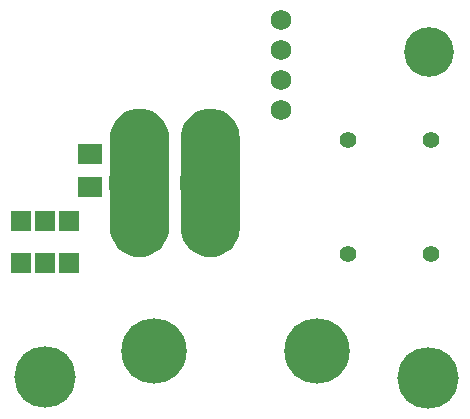
<source format=gbr>
G04 EAGLE Gerber RS-274X export*
G75*
%MOMM*%
%FSLAX34Y34*%
%LPD*%
%INSoldermask Top*%
%IPPOS*%
%AMOC8*
5,1,8,0,0,1.08239X$1,22.5*%
G01*
%ADD10C,5.203200*%
%ADD11C,4.203200*%
%ADD12C,5.537200*%
%ADD13R,1.703200X1.703200*%
%ADD14C,1.727200*%
%ADD15C,1.403200*%
%ADD16R,1.203200X1.203200*%
%ADD17R,2.006200X1.803200*%

G36*
X286058Y165050D02*
X286058Y165050D01*
X286059Y165050D01*
X289544Y165808D01*
X289545Y165808D01*
X292887Y167055D01*
X292888Y167055D01*
X296018Y168764D01*
X296019Y168765D01*
X298875Y170902D01*
X298875Y170903D01*
X301397Y173425D01*
X301398Y173425D01*
X303535Y176281D01*
X303535Y176282D01*
X303536Y176282D01*
X305245Y179412D01*
X305245Y179413D01*
X306492Y182755D01*
X306492Y182756D01*
X307250Y186241D01*
X307250Y186242D01*
X307251Y186242D01*
X307253Y186274D01*
X307254Y186289D01*
X307256Y186314D01*
X307257Y186329D01*
X307260Y186369D01*
X307262Y186408D01*
X307265Y186448D01*
X307268Y186488D01*
X307271Y186528D01*
X307272Y186543D01*
X307275Y186582D01*
X307278Y186622D01*
X307281Y186662D01*
X307283Y186702D01*
X307286Y186741D01*
X307287Y186756D01*
X307290Y186796D01*
X307293Y186836D01*
X307296Y186875D01*
X307296Y186876D01*
X307299Y186915D01*
X307302Y186955D01*
X307303Y186970D01*
X307305Y187010D01*
X307308Y187049D01*
X307311Y187089D01*
X307314Y187129D01*
X307317Y187169D01*
X307318Y187184D01*
X307321Y187223D01*
X307324Y187263D01*
X307326Y187303D01*
X307329Y187343D01*
X307332Y187382D01*
X307333Y187397D01*
X307336Y187437D01*
X307339Y187477D01*
X307342Y187516D01*
X307342Y187517D01*
X307345Y187556D01*
X307347Y187596D01*
X307348Y187611D01*
X307351Y187651D01*
X307354Y187690D01*
X307357Y187730D01*
X307360Y187770D01*
X307363Y187810D01*
X307364Y187825D01*
X307367Y187864D01*
X307369Y187904D01*
X307372Y187944D01*
X307375Y187984D01*
X307378Y188023D01*
X307379Y188038D01*
X307382Y188078D01*
X307385Y188118D01*
X307388Y188157D01*
X307390Y188197D01*
X307393Y188237D01*
X307394Y188252D01*
X307397Y188292D01*
X307400Y188331D01*
X307403Y188371D01*
X307406Y188411D01*
X307408Y188451D01*
X307409Y188451D01*
X307408Y188451D01*
X307410Y188466D01*
X307412Y188505D01*
X307415Y188545D01*
X307418Y188585D01*
X307421Y188624D01*
X307421Y188625D01*
X307424Y188664D01*
X307425Y188679D01*
X307428Y188719D01*
X307431Y188759D01*
X307433Y188798D01*
X307436Y188838D01*
X307439Y188878D01*
X307440Y188893D01*
X307443Y188933D01*
X307446Y188972D01*
X307449Y189012D01*
X307451Y189052D01*
X307452Y189052D01*
X307451Y189052D01*
X307454Y189092D01*
X307455Y189106D01*
X307455Y189107D01*
X307458Y189146D01*
X307461Y189186D01*
X307464Y189226D01*
X307467Y189265D01*
X307467Y189266D01*
X307470Y189305D01*
X307471Y189320D01*
X307474Y189360D01*
X307476Y189400D01*
X307479Y189439D01*
X307482Y189479D01*
X307485Y189519D01*
X307486Y189534D01*
X307489Y189574D01*
X307492Y189613D01*
X307494Y189653D01*
X307495Y189653D01*
X307494Y189653D01*
X307497Y189693D01*
X307500Y189733D01*
X307501Y189747D01*
X307504Y189787D01*
X307505Y189800D01*
X307505Y265200D01*
X307251Y268758D01*
X307250Y268759D01*
X306492Y272244D01*
X306492Y272245D01*
X305245Y275587D01*
X305245Y275588D01*
X303536Y278718D01*
X303535Y278719D01*
X301398Y281575D01*
X301397Y281575D01*
X298875Y284097D01*
X298875Y284098D01*
X296019Y286235D01*
X296018Y286236D01*
X292888Y287945D01*
X292887Y287945D01*
X289545Y289192D01*
X289544Y289192D01*
X286059Y289950D01*
X286058Y289950D01*
X286058Y289951D01*
X286025Y289953D01*
X285956Y289958D01*
X285886Y289963D01*
X285817Y289968D01*
X285747Y289973D01*
X285678Y289978D01*
X285608Y289983D01*
X285539Y289988D01*
X285469Y289993D01*
X285400Y289998D01*
X285330Y290003D01*
X285261Y290008D01*
X285191Y290013D01*
X285122Y290017D01*
X285053Y290022D01*
X285052Y290022D01*
X284983Y290027D01*
X284914Y290032D01*
X284913Y290032D01*
X284844Y290037D01*
X284775Y290042D01*
X284705Y290047D01*
X284636Y290052D01*
X284566Y290057D01*
X284497Y290062D01*
X284427Y290067D01*
X284358Y290072D01*
X284288Y290077D01*
X284219Y290082D01*
X284149Y290087D01*
X284080Y290092D01*
X284010Y290097D01*
X283941Y290102D01*
X283872Y290107D01*
X283871Y290107D01*
X283802Y290112D01*
X283733Y290117D01*
X283732Y290117D01*
X283663Y290122D01*
X283594Y290127D01*
X283524Y290132D01*
X283455Y290137D01*
X283385Y290142D01*
X283316Y290147D01*
X283246Y290152D01*
X283177Y290157D01*
X283107Y290162D01*
X283038Y290167D01*
X282968Y290172D01*
X282899Y290176D01*
X282829Y290181D01*
X282760Y290186D01*
X282690Y290191D01*
X282621Y290196D01*
X282552Y290201D01*
X282551Y290201D01*
X282500Y290205D01*
X282449Y290201D01*
X282448Y290201D01*
X282379Y290196D01*
X282310Y290191D01*
X282240Y290186D01*
X282171Y290181D01*
X282101Y290176D01*
X282032Y290172D01*
X281962Y290167D01*
X281893Y290162D01*
X281823Y290157D01*
X281754Y290152D01*
X281684Y290147D01*
X281615Y290142D01*
X281545Y290137D01*
X281476Y290132D01*
X281406Y290127D01*
X281337Y290122D01*
X281268Y290117D01*
X281267Y290117D01*
X281198Y290112D01*
X281129Y290107D01*
X281128Y290107D01*
X281059Y290102D01*
X280990Y290097D01*
X280920Y290092D01*
X280851Y290087D01*
X280781Y290082D01*
X280712Y290077D01*
X280642Y290072D01*
X280573Y290067D01*
X280503Y290062D01*
X280434Y290057D01*
X280364Y290052D01*
X280295Y290047D01*
X280225Y290042D01*
X280156Y290037D01*
X280087Y290032D01*
X280086Y290032D01*
X280017Y290027D01*
X279948Y290022D01*
X279947Y290022D01*
X279878Y290017D01*
X279809Y290013D01*
X279739Y290008D01*
X279670Y290003D01*
X279600Y289998D01*
X279531Y289993D01*
X279461Y289988D01*
X279392Y289983D01*
X279322Y289978D01*
X279253Y289973D01*
X279183Y289968D01*
X279114Y289963D01*
X279044Y289958D01*
X278975Y289953D01*
X278942Y289951D01*
X278941Y289950D01*
X275456Y289192D01*
X275455Y289192D01*
X272113Y287945D01*
X272112Y287945D01*
X268982Y286236D01*
X268981Y286235D01*
X266125Y284098D01*
X266125Y284097D01*
X263603Y281575D01*
X263602Y281575D01*
X261465Y278719D01*
X261464Y278718D01*
X259755Y275588D01*
X259755Y275587D01*
X258508Y272245D01*
X258508Y272244D01*
X257750Y268759D01*
X257750Y268758D01*
X257748Y268742D01*
X257746Y268702D01*
X257745Y268702D01*
X257746Y268702D01*
X257744Y268687D01*
X257743Y268662D01*
X257742Y268647D01*
X257739Y268608D01*
X257736Y268568D01*
X257733Y268528D01*
X257730Y268489D01*
X257730Y268488D01*
X257727Y268449D01*
X257726Y268434D01*
X257723Y268394D01*
X257721Y268354D01*
X257718Y268315D01*
X257715Y268275D01*
X257712Y268235D01*
X257711Y268220D01*
X257708Y268180D01*
X257705Y268141D01*
X257703Y268101D01*
X257702Y268101D01*
X257703Y268101D01*
X257700Y268061D01*
X257697Y268021D01*
X257696Y268007D01*
X257696Y268006D01*
X257693Y267967D01*
X257690Y267927D01*
X257687Y267887D01*
X257684Y267848D01*
X257684Y267847D01*
X257682Y267808D01*
X257680Y267793D01*
X257678Y267753D01*
X257675Y267713D01*
X257672Y267674D01*
X257669Y267634D01*
X257666Y267594D01*
X257665Y267579D01*
X257662Y267539D01*
X257660Y267500D01*
X257659Y267500D01*
X257660Y267500D01*
X257657Y267460D01*
X257654Y267420D01*
X257651Y267380D01*
X257650Y267366D01*
X257647Y267326D01*
X257644Y267286D01*
X257641Y267246D01*
X257639Y267207D01*
X257636Y267167D01*
X257635Y267152D01*
X257632Y267112D01*
X257629Y267072D01*
X257626Y267033D01*
X257623Y266993D01*
X257620Y266953D01*
X257619Y266938D01*
X257617Y266899D01*
X257616Y266898D01*
X257617Y266898D01*
X257614Y266859D01*
X257611Y266819D01*
X257608Y266779D01*
X257605Y266740D01*
X257605Y266739D01*
X257604Y266725D01*
X257601Y266685D01*
X257598Y266645D01*
X257596Y266605D01*
X257593Y266566D01*
X257590Y266526D01*
X257589Y266511D01*
X257586Y266471D01*
X257583Y266431D01*
X257580Y266392D01*
X257577Y266352D01*
X257575Y266312D01*
X257574Y266297D01*
X257573Y266297D01*
X257571Y266258D01*
X257571Y266257D01*
X257568Y266218D01*
X257565Y266178D01*
X257562Y266138D01*
X257559Y266099D01*
X257559Y266098D01*
X257558Y266084D01*
X257555Y266044D01*
X257553Y266004D01*
X257550Y265964D01*
X257547Y265925D01*
X257544Y265885D01*
X257543Y265870D01*
X257540Y265830D01*
X257537Y265790D01*
X257534Y265751D01*
X257532Y265711D01*
X257529Y265671D01*
X257528Y265656D01*
X257525Y265617D01*
X257522Y265577D01*
X257519Y265537D01*
X257516Y265497D01*
X257513Y265458D01*
X257512Y265443D01*
X257510Y265403D01*
X257507Y265363D01*
X257504Y265323D01*
X257501Y265284D01*
X257498Y265244D01*
X257497Y265229D01*
X257495Y265200D01*
X257495Y189800D01*
X257750Y186242D01*
X257750Y186241D01*
X258508Y182756D01*
X258508Y182755D01*
X259755Y179413D01*
X259755Y179412D01*
X261464Y176282D01*
X261465Y176281D01*
X263602Y173425D01*
X263603Y173425D01*
X266125Y170903D01*
X266125Y170902D01*
X268981Y168765D01*
X268982Y168765D01*
X268982Y168764D01*
X272112Y167055D01*
X272113Y167055D01*
X275455Y165808D01*
X275456Y165808D01*
X278941Y165050D01*
X278942Y165050D01*
X282500Y164795D01*
X286058Y165050D01*
G37*
G36*
X346058Y165050D02*
X346058Y165050D01*
X346059Y165050D01*
X349544Y165808D01*
X349545Y165808D01*
X352887Y167055D01*
X352888Y167055D01*
X356018Y168764D01*
X356019Y168765D01*
X358875Y170902D01*
X358875Y170903D01*
X361397Y173425D01*
X361398Y173425D01*
X363535Y176281D01*
X363535Y176282D01*
X363536Y176282D01*
X365245Y179412D01*
X365245Y179413D01*
X366492Y182755D01*
X366492Y182756D01*
X367250Y186241D01*
X367250Y186242D01*
X367251Y186242D01*
X367253Y186274D01*
X367254Y186289D01*
X367256Y186314D01*
X367257Y186329D01*
X367260Y186369D01*
X367262Y186408D01*
X367265Y186448D01*
X367268Y186488D01*
X367271Y186528D01*
X367272Y186543D01*
X367275Y186582D01*
X367278Y186622D01*
X367281Y186662D01*
X367283Y186702D01*
X367286Y186741D01*
X367287Y186756D01*
X367290Y186796D01*
X367293Y186836D01*
X367296Y186875D01*
X367296Y186876D01*
X367299Y186915D01*
X367302Y186955D01*
X367303Y186970D01*
X367305Y187010D01*
X367308Y187049D01*
X367311Y187089D01*
X367314Y187129D01*
X367317Y187169D01*
X367318Y187184D01*
X367321Y187223D01*
X367324Y187263D01*
X367326Y187303D01*
X367329Y187343D01*
X367332Y187382D01*
X367333Y187397D01*
X367336Y187437D01*
X367339Y187477D01*
X367342Y187516D01*
X367342Y187517D01*
X367345Y187556D01*
X367347Y187596D01*
X367348Y187611D01*
X367351Y187651D01*
X367354Y187690D01*
X367357Y187730D01*
X367360Y187770D01*
X367363Y187810D01*
X367364Y187825D01*
X367367Y187864D01*
X367369Y187904D01*
X367372Y187944D01*
X367375Y187984D01*
X367378Y188023D01*
X367379Y188038D01*
X367382Y188078D01*
X367385Y188118D01*
X367388Y188157D01*
X367390Y188197D01*
X367393Y188237D01*
X367394Y188252D01*
X367397Y188292D01*
X367400Y188331D01*
X367403Y188371D01*
X367406Y188411D01*
X367408Y188451D01*
X367409Y188451D01*
X367408Y188451D01*
X367410Y188466D01*
X367412Y188505D01*
X367415Y188545D01*
X367418Y188585D01*
X367421Y188624D01*
X367421Y188625D01*
X367424Y188664D01*
X367425Y188679D01*
X367428Y188719D01*
X367431Y188759D01*
X367433Y188798D01*
X367436Y188838D01*
X367439Y188878D01*
X367440Y188893D01*
X367443Y188933D01*
X367446Y188972D01*
X367449Y189012D01*
X367451Y189052D01*
X367452Y189052D01*
X367451Y189052D01*
X367454Y189092D01*
X367455Y189106D01*
X367455Y189107D01*
X367458Y189146D01*
X367461Y189186D01*
X367464Y189226D01*
X367467Y189265D01*
X367467Y189266D01*
X367470Y189305D01*
X367471Y189320D01*
X367474Y189360D01*
X367476Y189400D01*
X367479Y189439D01*
X367482Y189479D01*
X367485Y189519D01*
X367486Y189534D01*
X367489Y189574D01*
X367492Y189613D01*
X367494Y189653D01*
X367495Y189653D01*
X367494Y189653D01*
X367497Y189693D01*
X367500Y189733D01*
X367501Y189747D01*
X367504Y189787D01*
X367505Y189800D01*
X367505Y265200D01*
X367251Y268758D01*
X367250Y268759D01*
X366492Y272244D01*
X366492Y272245D01*
X365245Y275587D01*
X365245Y275588D01*
X363536Y278718D01*
X363535Y278719D01*
X361398Y281575D01*
X361397Y281575D01*
X358875Y284097D01*
X358875Y284098D01*
X356019Y286235D01*
X356018Y286236D01*
X352888Y287945D01*
X352887Y287945D01*
X349545Y289192D01*
X349544Y289192D01*
X346059Y289950D01*
X346058Y289950D01*
X346058Y289951D01*
X346025Y289953D01*
X345956Y289958D01*
X345886Y289963D01*
X345817Y289968D01*
X345747Y289973D01*
X345678Y289978D01*
X345608Y289983D01*
X345539Y289988D01*
X345469Y289993D01*
X345400Y289998D01*
X345330Y290003D01*
X345261Y290008D01*
X345191Y290013D01*
X345122Y290017D01*
X345053Y290022D01*
X345052Y290022D01*
X344983Y290027D01*
X344914Y290032D01*
X344913Y290032D01*
X344844Y290037D01*
X344775Y290042D01*
X344705Y290047D01*
X344636Y290052D01*
X344566Y290057D01*
X344497Y290062D01*
X344427Y290067D01*
X344358Y290072D01*
X344288Y290077D01*
X344219Y290082D01*
X344149Y290087D01*
X344080Y290092D01*
X344010Y290097D01*
X343941Y290102D01*
X343872Y290107D01*
X343871Y290107D01*
X343802Y290112D01*
X343733Y290117D01*
X343732Y290117D01*
X343663Y290122D01*
X343594Y290127D01*
X343524Y290132D01*
X343455Y290137D01*
X343385Y290142D01*
X343316Y290147D01*
X343246Y290152D01*
X343177Y290157D01*
X343107Y290162D01*
X343038Y290167D01*
X342968Y290172D01*
X342899Y290176D01*
X342829Y290181D01*
X342760Y290186D01*
X342690Y290191D01*
X342621Y290196D01*
X342552Y290201D01*
X342551Y290201D01*
X342500Y290205D01*
X342449Y290201D01*
X342448Y290201D01*
X342379Y290196D01*
X342310Y290191D01*
X342240Y290186D01*
X342171Y290181D01*
X342101Y290176D01*
X342032Y290172D01*
X341962Y290167D01*
X341893Y290162D01*
X341823Y290157D01*
X341754Y290152D01*
X341684Y290147D01*
X341615Y290142D01*
X341545Y290137D01*
X341476Y290132D01*
X341406Y290127D01*
X341337Y290122D01*
X341268Y290117D01*
X341267Y290117D01*
X341198Y290112D01*
X341129Y290107D01*
X341128Y290107D01*
X341059Y290102D01*
X340990Y290097D01*
X340920Y290092D01*
X340851Y290087D01*
X340781Y290082D01*
X340712Y290077D01*
X340642Y290072D01*
X340573Y290067D01*
X340503Y290062D01*
X340434Y290057D01*
X340364Y290052D01*
X340295Y290047D01*
X340225Y290042D01*
X340156Y290037D01*
X340087Y290032D01*
X340086Y290032D01*
X340017Y290027D01*
X339948Y290022D01*
X339947Y290022D01*
X339878Y290017D01*
X339809Y290013D01*
X339739Y290008D01*
X339670Y290003D01*
X339600Y289998D01*
X339531Y289993D01*
X339461Y289988D01*
X339392Y289983D01*
X339322Y289978D01*
X339253Y289973D01*
X339183Y289968D01*
X339114Y289963D01*
X339044Y289958D01*
X338975Y289953D01*
X338942Y289951D01*
X338941Y289950D01*
X335456Y289192D01*
X335455Y289192D01*
X332113Y287945D01*
X332112Y287945D01*
X328982Y286236D01*
X328981Y286235D01*
X326125Y284098D01*
X326125Y284097D01*
X323603Y281575D01*
X323602Y281575D01*
X321465Y278719D01*
X321464Y278718D01*
X319755Y275588D01*
X319755Y275587D01*
X318508Y272245D01*
X318508Y272244D01*
X317750Y268759D01*
X317750Y268758D01*
X317748Y268742D01*
X317746Y268702D01*
X317745Y268702D01*
X317746Y268702D01*
X317744Y268687D01*
X317743Y268662D01*
X317742Y268647D01*
X317739Y268608D01*
X317736Y268568D01*
X317733Y268528D01*
X317730Y268489D01*
X317730Y268488D01*
X317727Y268449D01*
X317726Y268434D01*
X317723Y268394D01*
X317721Y268354D01*
X317718Y268315D01*
X317715Y268275D01*
X317712Y268235D01*
X317711Y268220D01*
X317708Y268180D01*
X317705Y268141D01*
X317703Y268101D01*
X317702Y268101D01*
X317703Y268101D01*
X317700Y268061D01*
X317697Y268021D01*
X317696Y268007D01*
X317696Y268006D01*
X317693Y267967D01*
X317690Y267927D01*
X317687Y267887D01*
X317684Y267848D01*
X317684Y267847D01*
X317682Y267808D01*
X317680Y267793D01*
X317678Y267753D01*
X317675Y267713D01*
X317672Y267674D01*
X317669Y267634D01*
X317666Y267594D01*
X317665Y267579D01*
X317662Y267539D01*
X317660Y267500D01*
X317659Y267500D01*
X317660Y267500D01*
X317657Y267460D01*
X317654Y267420D01*
X317651Y267380D01*
X317650Y267366D01*
X317647Y267326D01*
X317644Y267286D01*
X317641Y267246D01*
X317639Y267207D01*
X317636Y267167D01*
X317635Y267152D01*
X317632Y267112D01*
X317629Y267072D01*
X317626Y267033D01*
X317623Y266993D01*
X317620Y266953D01*
X317619Y266938D01*
X317617Y266899D01*
X317616Y266898D01*
X317617Y266898D01*
X317614Y266859D01*
X317611Y266819D01*
X317608Y266779D01*
X317605Y266740D01*
X317605Y266739D01*
X317604Y266725D01*
X317601Y266685D01*
X317598Y266645D01*
X317596Y266605D01*
X317593Y266566D01*
X317590Y266526D01*
X317589Y266511D01*
X317586Y266471D01*
X317583Y266431D01*
X317580Y266392D01*
X317577Y266352D01*
X317575Y266312D01*
X317574Y266297D01*
X317573Y266297D01*
X317571Y266258D01*
X317571Y266257D01*
X317568Y266218D01*
X317565Y266178D01*
X317562Y266138D01*
X317559Y266099D01*
X317559Y266098D01*
X317558Y266084D01*
X317555Y266044D01*
X317553Y266004D01*
X317550Y265964D01*
X317547Y265925D01*
X317544Y265885D01*
X317543Y265870D01*
X317540Y265830D01*
X317537Y265790D01*
X317534Y265751D01*
X317532Y265711D01*
X317529Y265671D01*
X317528Y265656D01*
X317525Y265617D01*
X317522Y265577D01*
X317519Y265537D01*
X317516Y265497D01*
X317513Y265458D01*
X317512Y265443D01*
X317510Y265403D01*
X317507Y265363D01*
X317504Y265323D01*
X317501Y265284D01*
X317498Y265244D01*
X317497Y265229D01*
X317495Y265200D01*
X317495Y189800D01*
X317750Y186242D01*
X317750Y186241D01*
X318508Y182756D01*
X318508Y182755D01*
X319755Y179413D01*
X319755Y179412D01*
X321464Y176282D01*
X321465Y176281D01*
X323602Y173425D01*
X323603Y173425D01*
X326125Y170903D01*
X326125Y170902D01*
X328981Y168765D01*
X328982Y168765D01*
X328982Y168764D01*
X332112Y167055D01*
X332113Y167055D01*
X335455Y165808D01*
X335456Y165808D01*
X338941Y165050D01*
X338942Y165050D01*
X342500Y164795D01*
X346058Y165050D01*
G37*
D10*
X203000Y63000D03*
X527000Y62000D03*
D11*
X528000Y338000D03*
D12*
X295000Y85000D03*
X432500Y85000D03*
D13*
X182500Y195000D03*
D14*
X402500Y289400D03*
X402500Y314800D03*
X402500Y340200D03*
X402500Y365600D03*
D13*
X222500Y195000D03*
X202500Y195000D03*
D15*
X529000Y263949D03*
X459000Y263949D03*
X529000Y167500D03*
X459000Y167500D03*
D13*
X202500Y159500D03*
X222500Y159500D03*
X182500Y159500D03*
D16*
X322500Y227500D03*
X262500Y227500D03*
D17*
X241000Y252220D03*
X241000Y223780D03*
M02*

</source>
